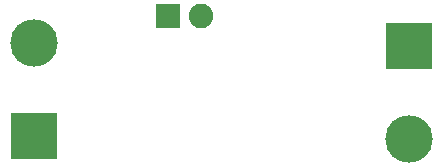
<source format=gbs>
G75*
%MOIN*%
%OFA0B0*%
%FSLAX25Y25*%
%IPPOS*%
%LPD*%
%AMOC8*
5,1,8,0,0,1.08239X$1,22.5*
%
%ADD10R,0.15800X0.15800*%
%ADD11C,0.15800*%
%ADD12R,0.08200X0.08200*%
%ADD13C,0.08200*%
D10*
X0063250Y0029700D03*
X0188250Y0059700D03*
D11*
X0188250Y0028653D03*
X0063250Y0060747D03*
D12*
X0107750Y0069700D03*
D13*
X0118750Y0069700D03*
M02*

</source>
